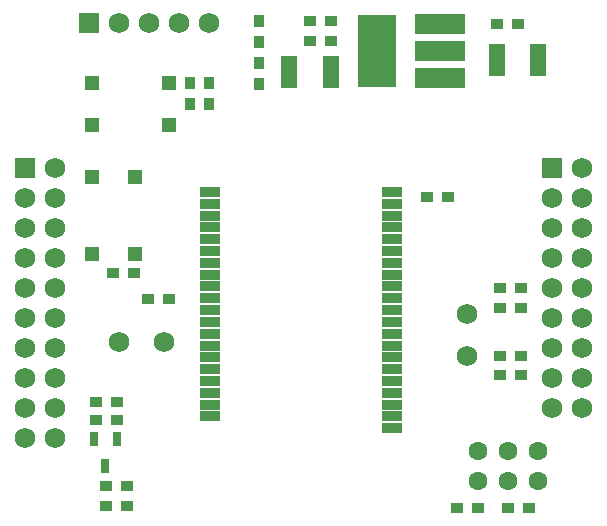
<source format=gts>
%FSLAX25Y25*%
%MOIN*%
G70*
G01*
G75*
G04 Layer_Color=8388736*
%ADD10R,0.05709X0.02756*%
%ADD11R,0.03500X0.03000*%
%ADD12R,0.02362X0.04299*%
%ADD13R,0.04724X0.09843*%
%ADD14R,0.11811X0.23622*%
%ADD15R,0.15748X0.06000*%
%ADD16R,0.03937X0.03937*%
%ADD17R,0.03937X0.03937*%
%ADD18R,0.03000X0.03500*%
%ADD19R,0.03937X0.03937*%
%ADD20R,0.03937X0.03937*%
%ADD21C,0.01000*%
%ADD22C,0.02500*%
%ADD23C,0.02000*%
%ADD24C,0.06000*%
%ADD25C,0.01500*%
%ADD26C,0.03000*%
%ADD27C,0.05000*%
%ADD28R,0.12500X0.06000*%
%ADD29R,0.14000X0.23000*%
%ADD30C,0.06000*%
%ADD31R,0.06000X0.06000*%
%ADD32R,0.06000X0.06000*%
%ADD33C,0.05512*%
%ADD34C,0.02500*%
%ADD35R,0.07600X0.02400*%
%ADD36O,0.07600X0.02400*%
%ADD37R,0.07087X0.05512*%
%ADD38R,0.04724X0.01181*%
%ADD39R,0.01181X0.04724*%
%ADD40C,0.00500*%
%ADD41C,0.00787*%
%ADD42C,0.00600*%
%ADD43C,0.00800*%
%ADD44R,0.01300X0.11811*%
%ADD45C,0.00400*%
%ADD46C,0.02756*%
%ADD47C,0.00100*%
%ADD48R,0.06509X0.03556*%
%ADD49R,0.04300X0.03800*%
%ADD50R,0.03162X0.05099*%
%ADD51R,0.05524X0.10642*%
%ADD52R,0.12611X0.24422*%
%ADD53R,0.16548X0.06800*%
%ADD54R,0.04737X0.04737*%
%ADD55R,0.04737X0.04737*%
%ADD56R,0.03800X0.04300*%
%ADD57R,0.04737X0.04737*%
%ADD58R,0.04737X0.04737*%
%ADD59C,0.06800*%
%ADD60R,0.06800X0.06800*%
%ADD61R,0.06800X0.06800*%
%ADD62C,0.06312*%
D48*
X127787Y73697D02*
D03*
Y69760D02*
D03*
Y34327D02*
D03*
Y113067D02*
D03*
Y109130D02*
D03*
Y105193D02*
D03*
Y101256D02*
D03*
Y97319D02*
D03*
Y93382D02*
D03*
Y89445D02*
D03*
Y85508D02*
D03*
Y81571D02*
D03*
Y77634D02*
D03*
Y65823D02*
D03*
Y61886D02*
D03*
Y57949D02*
D03*
Y54012D02*
D03*
Y50075D02*
D03*
Y46138D02*
D03*
Y42201D02*
D03*
Y38264D02*
D03*
X67158D02*
D03*
Y42201D02*
D03*
Y46138D02*
D03*
Y50075D02*
D03*
Y54012D02*
D03*
Y57949D02*
D03*
Y61886D02*
D03*
Y65823D02*
D03*
Y69760D02*
D03*
Y73697D02*
D03*
Y77634D02*
D03*
Y81571D02*
D03*
Y85508D02*
D03*
Y89445D02*
D03*
Y93382D02*
D03*
Y97319D02*
D03*
Y101256D02*
D03*
Y105193D02*
D03*
Y109130D02*
D03*
Y113067D02*
D03*
D49*
X164000Y74500D02*
D03*
Y58500D02*
D03*
X46500Y77500D02*
D03*
X53500D02*
D03*
X32500Y8500D02*
D03*
X39500D02*
D03*
X36158Y37200D02*
D03*
X29158Y43200D02*
D03*
X36158D02*
D03*
X39500Y15000D02*
D03*
X32500D02*
D03*
X100500Y163500D02*
D03*
X107500D02*
D03*
X100500Y170000D02*
D03*
X107500D02*
D03*
X170000Y169000D02*
D03*
X163000D02*
D03*
X164000Y52000D02*
D03*
X171000D02*
D03*
X164000Y81000D02*
D03*
X171000D02*
D03*
Y58500D02*
D03*
Y74500D02*
D03*
X149500Y7800D02*
D03*
X156500D02*
D03*
X173500D02*
D03*
X166500D02*
D03*
X42000Y86000D02*
D03*
X35000D02*
D03*
X146500Y111500D02*
D03*
X139500D02*
D03*
X29158Y37200D02*
D03*
D50*
X36158Y30700D02*
D03*
X32417Y21613D02*
D03*
X28677Y30700D02*
D03*
D51*
X93721Y153000D02*
D03*
X107500D02*
D03*
X176779Y157000D02*
D03*
X163000D02*
D03*
D52*
X122843Y160000D02*
D03*
D53*
X143842D02*
D03*
Y169000D02*
D03*
Y151000D02*
D03*
D54*
X42173Y118091D02*
D03*
Y92500D02*
D03*
D55*
X28000Y118091D02*
D03*
Y92500D02*
D03*
D56*
X60500Y149500D02*
D03*
Y142500D02*
D03*
X67000Y149500D02*
D03*
Y142500D02*
D03*
X83500Y149000D02*
D03*
Y156000D02*
D03*
Y170000D02*
D03*
Y163000D02*
D03*
D57*
X27909Y149473D02*
D03*
X53500D02*
D03*
D58*
X27909Y135300D02*
D03*
X53500D02*
D03*
D59*
X153000Y58500D02*
D03*
Y72500D02*
D03*
X52000Y63000D02*
D03*
X37000D02*
D03*
Y169500D02*
D03*
X47000D02*
D03*
X57000D02*
D03*
X67000D02*
D03*
X191350Y121000D02*
D03*
X181350Y111000D02*
D03*
X191350D02*
D03*
X181350Y101000D02*
D03*
X191350D02*
D03*
X181350Y91000D02*
D03*
X191350D02*
D03*
X181350Y81000D02*
D03*
X191350D02*
D03*
X181350Y71000D02*
D03*
X191350D02*
D03*
X181350Y61000D02*
D03*
X191350D02*
D03*
X181350Y51000D02*
D03*
X191350D02*
D03*
X181350Y41000D02*
D03*
X191350D02*
D03*
X15500Y121000D02*
D03*
X5500Y111000D02*
D03*
X15500D02*
D03*
X5500Y101000D02*
D03*
X15500D02*
D03*
X5500Y81000D02*
D03*
X15500D02*
D03*
X5500Y71000D02*
D03*
X15500D02*
D03*
X5500Y61000D02*
D03*
X15500D02*
D03*
X5500Y51000D02*
D03*
X15500D02*
D03*
X5500Y41000D02*
D03*
X15500D02*
D03*
X5500Y31000D02*
D03*
X15500D02*
D03*
X5500Y91000D02*
D03*
X15500D02*
D03*
D60*
X27000Y169500D02*
D03*
D61*
X181350Y121000D02*
D03*
X5500D02*
D03*
D62*
X166500Y16800D02*
D03*
X156500Y26800D02*
D03*
X176500Y16800D02*
D03*
X156500D02*
D03*
X166500Y26800D02*
D03*
X176500D02*
D03*
M02*

</source>
